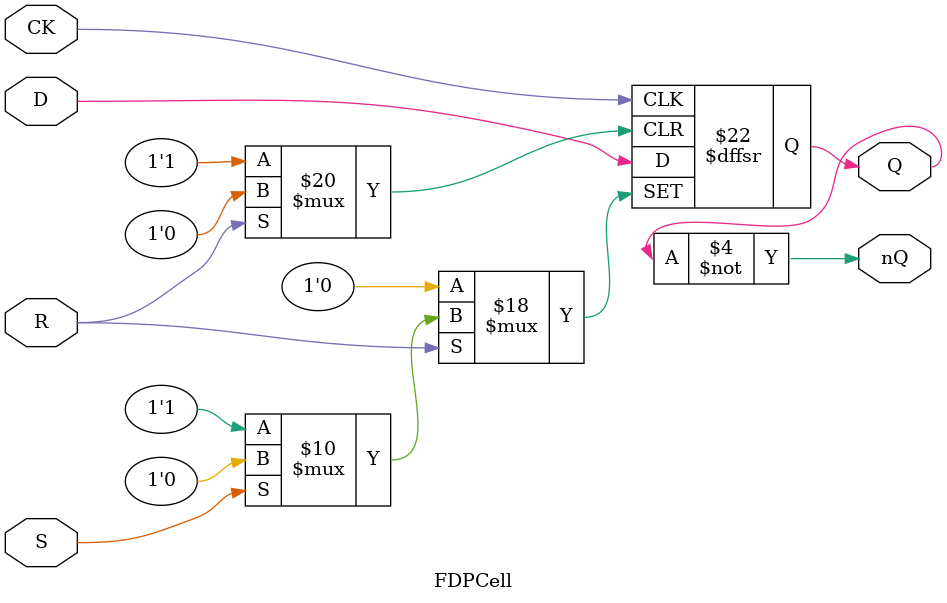
<source format=v>


module FDPCell(
	input CK,
	input D,
	input S, R,
	output reg Q = 1'b0,
	output nQ
);

	always @(posedge CK, negedge S, negedge R)
	begin
		if (!S)
			Q <= 1'b1;
		else if (!R)
			Q <= 1'b0;
		else
			Q <= #1 D;
	end
	
	assign nQ = ~Q;

endmodule

</source>
